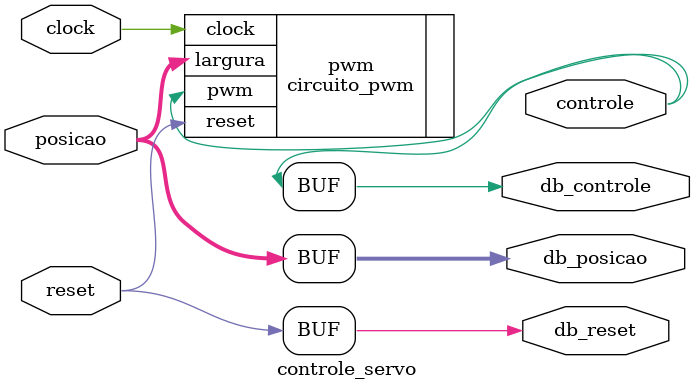
<source format=v>
module controle_servo (
 input wire clock,
 input wire reset,
 input wire [2:0] posicao,
 output wire controle,
 output wire db_reset,
 output wire [2:0] db_posicao,
 output wire db_controle
);

circuito_pwm #(    // valores adaptados para o servo motor
    .conf_periodo (1000000), 
    .largura_000 (35000),    
    .largura_001 (45700),   
    .largura_010 (56450), 
    .largura_011 (67150),
    .largura_100 (77850),
    .largura_101 (88550),
    .largura_110 (99300),
    .largura_111 (110000)
) pwm (
    .clock (clock),
    .reset (reset),
    .largura (posicao),
    .pwm (controle)
);
	 
assign db_controle = controle;
assign db_posicao = posicao;
assign db_reset = reset;
	 
endmodule
</source>
